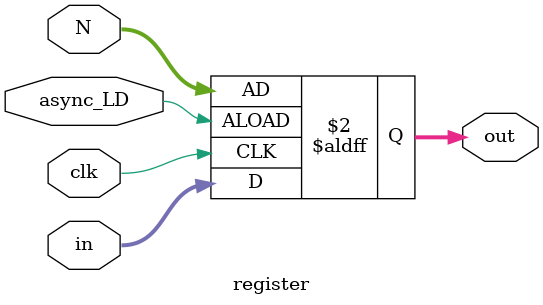
<source format=v>
`timescale 1ns / 1ps
module register #(parameter WIDTH=4)(
    input [WIDTH-1 : 0] in,
	 input [WIDTH-1 : 0] N,
    input async_LD,
	 input clk,
    output reg [WIDTH-1 : 0] out
    );
	 
	 always @(posedge clk or posedge async_LD)
	 begin
		if (async_LD)
			out <= N;
		else
			out <= in;
	 end

endmodule

</source>
